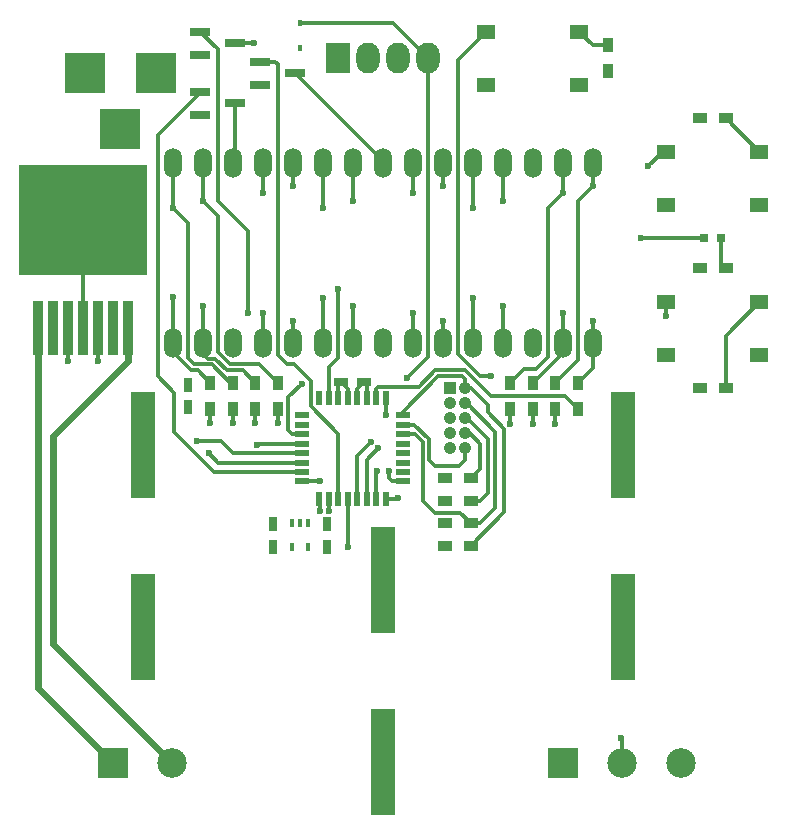
<source format=gbr>
G04 #@! TF.FileFunction,Copper,L1,Top,Signal*
%FSLAX46Y46*%
G04 Gerber Fmt 4.6, Leading zero omitted, Abs format (unit mm)*
G04 Created by KiCad (PCBNEW 4.0.4+dfsg1-stable) date Tue Jan 31 21:33:05 2017*
%MOMM*%
%LPD*%
G01*
G04 APERTURE LIST*
%ADD10C,0.100000*%
%ADD11R,0.900000X1.200000*%
%ADD12O,1.524000X2.524000*%
%ADD13R,3.500120X3.500120*%
%ADD14R,2.000000X2.600000*%
%ADD15O,2.000000X2.600000*%
%ADD16R,1.800860X0.800100*%
%ADD17R,1.200000X0.900000*%
%ADD18R,0.600000X1.200000*%
%ADD19R,1.200000X0.600000*%
%ADD20R,0.406400X0.660400*%
%ADD21R,1.050000X1.050000*%
%ADD22C,1.050000*%
%ADD23R,0.750000X1.200000*%
%ADD24R,1.200000X0.750000*%
%ADD25R,0.450000X0.590000*%
%ADD26R,2.000000X9.000000*%
%ADD27R,0.900000X4.600000*%
%ADD28R,10.800000X9.400000*%
%ADD29R,1.550000X1.300000*%
%ADD30R,0.797560X0.797560*%
%ADD31R,2.500000X2.500000*%
%ADD32C,2.500000*%
%ADD33C,0.600000*%
%ADD34C,0.304800*%
%ADD35C,0.609600*%
G04 APERTURE END LIST*
D10*
D11*
X160655000Y-126195000D03*
X160655000Y-123995000D03*
D12*
X157480000Y-120650000D03*
X160020000Y-120650000D03*
X162560000Y-120650000D03*
X165100000Y-120650000D03*
X167640000Y-120650000D03*
X167640000Y-105410000D03*
X165100000Y-105410000D03*
X162560000Y-105410000D03*
X160020000Y-105410000D03*
X157480000Y-105410000D03*
X132080000Y-120650000D03*
X134620000Y-120650000D03*
X137160000Y-120650000D03*
X139700000Y-120650000D03*
X142240000Y-120650000D03*
X142240000Y-105410000D03*
X139700000Y-105410000D03*
X137160000Y-105410000D03*
X134620000Y-105410000D03*
X132080000Y-105410000D03*
X144780000Y-120650000D03*
X147320000Y-120650000D03*
X149860000Y-120650000D03*
X152400000Y-120650000D03*
X154940000Y-120650000D03*
X154940000Y-105410000D03*
X152400000Y-105410000D03*
X149860000Y-105410000D03*
X147320000Y-105410000D03*
X144780000Y-105410000D03*
D13*
X130660140Y-97790000D03*
X124660660Y-97790000D03*
X127660400Y-102489000D03*
D14*
X146050000Y-96520000D03*
D15*
X148590000Y-96520000D03*
X151130000Y-96520000D03*
X153670000Y-96520000D03*
D16*
X134388860Y-99380000D03*
X134388860Y-101280000D03*
X137391140Y-100330000D03*
X139468860Y-96840000D03*
X139468860Y-98740000D03*
X142471140Y-97790000D03*
X134388860Y-94300000D03*
X134388860Y-96200000D03*
X137391140Y-95250000D03*
D17*
X157310000Y-133985000D03*
X155110000Y-133985000D03*
X155110000Y-137795000D03*
X157310000Y-137795000D03*
X157310000Y-135890000D03*
X155110000Y-135890000D03*
X155110000Y-132080000D03*
X157310000Y-132080000D03*
X176700000Y-114300000D03*
X178900000Y-114300000D03*
X176700000Y-101600000D03*
X178900000Y-101600000D03*
X176700000Y-124460000D03*
X178900000Y-124460000D03*
D11*
X164465000Y-126195000D03*
X164465000Y-123995000D03*
X162560000Y-126195000D03*
X162560000Y-123995000D03*
X139065000Y-126195000D03*
X139065000Y-123995000D03*
X135255000Y-126195000D03*
X135255000Y-123995000D03*
X140970000Y-126195000D03*
X140970000Y-123995000D03*
X137160000Y-126195000D03*
X137160000Y-123995000D03*
X166370000Y-126195000D03*
X166370000Y-123995000D03*
D18*
X150120000Y-125290000D03*
X149320000Y-125290000D03*
X148520000Y-125290000D03*
X147720000Y-125290000D03*
X146920000Y-125290000D03*
X146120000Y-125290000D03*
X145320000Y-125290000D03*
X144520000Y-125290000D03*
D19*
X143070000Y-126740000D03*
X143070000Y-127540000D03*
X143070000Y-128340000D03*
X143070000Y-129140000D03*
X143070000Y-129940000D03*
X143070000Y-130740000D03*
X143070000Y-131540000D03*
X143070000Y-132340000D03*
D18*
X144520000Y-133790000D03*
X145320000Y-133790000D03*
X146120000Y-133790000D03*
X146920000Y-133790000D03*
X147720000Y-133790000D03*
X148520000Y-133790000D03*
X149320000Y-133790000D03*
X150120000Y-133790000D03*
D19*
X151570000Y-132340000D03*
X151570000Y-131540000D03*
X151570000Y-130740000D03*
X151570000Y-129940000D03*
X151570000Y-129140000D03*
X151570000Y-128340000D03*
X151570000Y-127540000D03*
X151570000Y-126740000D03*
D20*
X143535400Y-135890000D03*
X142214600Y-135890000D03*
X142875000Y-135890000D03*
X142214600Y-137922000D03*
X143535400Y-137922000D03*
D21*
X155575000Y-124460000D03*
D22*
X155575000Y-125730000D03*
X155575000Y-127000000D03*
X155575000Y-128270000D03*
X155575000Y-129540000D03*
X156845000Y-125730000D03*
X156845000Y-127000000D03*
X156845000Y-128270000D03*
X156845000Y-129540000D03*
X156845000Y-124460000D03*
D23*
X140589000Y-137856000D03*
X140589000Y-135956000D03*
X133350000Y-126045000D03*
X133350000Y-124145000D03*
X145161000Y-137856000D03*
X145161000Y-135956000D03*
D24*
X148270000Y-123952000D03*
X146370000Y-123952000D03*
D25*
X142875000Y-95670000D03*
X142875000Y-93560000D03*
D26*
X170180000Y-129260000D03*
X170180000Y-144660000D03*
X149860000Y-140690000D03*
X149860000Y-156090000D03*
X129540000Y-129260000D03*
X129540000Y-144660000D03*
D27*
X128270000Y-119380000D03*
X127000000Y-119380000D03*
X125730000Y-119380000D03*
X124460000Y-119380000D03*
X121920000Y-119380000D03*
D28*
X124460000Y-110230000D03*
D27*
X123190000Y-119380000D03*
X120650000Y-119380000D03*
D29*
X173825000Y-108930000D03*
X173825000Y-104430000D03*
X181775000Y-104430000D03*
X181775000Y-108930000D03*
X173825000Y-121630000D03*
X173825000Y-117130000D03*
X181775000Y-117130000D03*
X181775000Y-121630000D03*
X158585000Y-98770000D03*
X158585000Y-94270000D03*
X166535000Y-94270000D03*
X166535000Y-98770000D03*
D30*
X178549300Y-111760000D03*
X177050700Y-111760000D03*
D31*
X127000000Y-156210000D03*
D32*
X132000000Y-156210000D03*
X175100000Y-156210000D03*
D31*
X165100000Y-156210000D03*
D32*
X170100000Y-156210000D03*
D11*
X168910000Y-97620000D03*
X168910000Y-95420000D03*
D33*
X132080000Y-116713000D03*
X144780000Y-116840000D03*
X157480000Y-116840000D03*
X134620000Y-117475000D03*
X147320000Y-117475000D03*
X160020000Y-117475000D03*
X139700000Y-118110000D03*
X152400000Y-118110000D03*
X165100000Y-118110000D03*
X142240000Y-118745000D03*
X154940000Y-118745000D03*
X167640000Y-118745000D03*
X142240000Y-107315000D03*
X154940000Y-107315000D03*
X167640000Y-107315000D03*
X139700000Y-107950000D03*
X152400000Y-107950000D03*
X165100000Y-107950000D03*
X134620000Y-108585000D03*
X147320000Y-108585000D03*
X160020000Y-108585000D03*
X132080000Y-109220000D03*
X144780000Y-109220000D03*
X157480000Y-109220000D03*
X151892000Y-123571000D03*
X143002000Y-124079000D03*
X138430000Y-118110000D03*
X146939000Y-137922000D03*
X172339000Y-105664000D03*
X148844000Y-129032000D03*
X149479000Y-129540000D03*
X173863000Y-118364000D03*
X160655000Y-127508000D03*
X144526000Y-132334000D03*
X144526000Y-134874000D03*
X164465000Y-127508000D03*
X145288000Y-134874000D03*
X162560000Y-127508000D03*
X149352000Y-131445000D03*
X139065000Y-127381000D03*
X151130000Y-133731000D03*
X135255000Y-127381000D03*
X150368000Y-131445000D03*
X140970000Y-127381000D03*
X150114000Y-126746000D03*
X137160000Y-127381000D03*
X146050000Y-116078000D03*
X171704000Y-111760000D03*
X139192000Y-129286000D03*
X170053000Y-154051000D03*
X134112000Y-128905000D03*
X125730000Y-122174000D03*
X135128000Y-129921000D03*
X123190000Y-122174000D03*
X159004000Y-123444000D03*
X138938000Y-95250000D03*
D34*
X135255000Y-123995000D02*
X134196000Y-122936000D01*
X132080000Y-121412000D02*
X132080000Y-120650000D01*
X133604000Y-122936000D02*
X132080000Y-121412000D01*
X134196000Y-122936000D02*
X133604000Y-122936000D01*
X132080000Y-116713000D02*
X132080000Y-120650000D01*
X157480000Y-120650000D02*
X157480000Y-116840000D01*
X144780000Y-116840000D02*
X144780000Y-120650000D01*
X136652000Y-122936000D02*
X135686798Y-121970798D01*
X138006000Y-122936000D02*
X136652000Y-122936000D01*
X139065000Y-123995000D02*
X138006000Y-122936000D01*
X135051798Y-121970798D02*
X134620000Y-121539000D01*
X135686798Y-121970798D02*
X135051798Y-121970798D01*
X134620000Y-121539000D02*
X134620000Y-120650000D01*
X134620000Y-117475000D02*
X134620000Y-120904000D01*
X160020000Y-120650000D02*
X160020000Y-117475000D01*
X147320000Y-117475000D02*
X147320000Y-120650000D01*
X162560000Y-123995000D02*
X165100000Y-121455000D01*
X165100000Y-121455000D02*
X165100000Y-120650000D01*
X139700000Y-118110000D02*
X139700000Y-120650000D01*
X165100000Y-120650000D02*
X165100000Y-118110000D01*
X152400000Y-118110000D02*
X152400000Y-120650000D01*
X166370000Y-123995000D02*
X167640000Y-122725000D01*
X167640000Y-122725000D02*
X167640000Y-120650000D01*
X142240000Y-118745000D02*
X142240000Y-120650000D01*
X167640000Y-120650000D02*
X167640000Y-118745000D01*
X154940000Y-118745000D02*
X154940000Y-120650000D01*
X164465000Y-123995000D02*
X166370000Y-122090000D01*
X166370000Y-108585000D02*
X167640000Y-107315000D01*
X166370000Y-122090000D02*
X166370000Y-108585000D01*
X142240000Y-107315000D02*
X142240000Y-105410000D01*
X167640000Y-105410000D02*
X167640000Y-107315000D01*
X154940000Y-107315000D02*
X154940000Y-105410000D01*
X160655000Y-123995000D02*
X161841000Y-122809000D01*
X163830000Y-109220000D02*
X165100000Y-107950000D01*
X163830000Y-121793000D02*
X163830000Y-109220000D01*
X162814000Y-122809000D02*
X163830000Y-121793000D01*
X161841000Y-122809000D02*
X162814000Y-122809000D01*
X139700000Y-107950000D02*
X139700000Y-105410000D01*
X165100000Y-105410000D02*
X165100000Y-107950000D01*
X152400000Y-107950000D02*
X152400000Y-105410000D01*
X140970000Y-123995000D02*
X139403000Y-122428000D01*
X135890000Y-109855000D02*
X134620000Y-108585000D01*
X135890000Y-121412000D02*
X135890000Y-109855000D01*
X136906000Y-122428000D02*
X135890000Y-121412000D01*
X139403000Y-122428000D02*
X136906000Y-122428000D01*
X134620000Y-108585000D02*
X134620000Y-105410000D01*
X160020000Y-105410000D02*
X160020000Y-108585000D01*
X147320000Y-108585000D02*
X147320000Y-105410000D01*
X136949000Y-123995000D02*
X135382000Y-122428000D01*
X133350000Y-110490000D02*
X132080000Y-109220000D01*
X133350000Y-121920000D02*
X133350000Y-110490000D01*
X133858000Y-122428000D02*
X133350000Y-121920000D01*
X135382000Y-122428000D02*
X133858000Y-122428000D01*
X136949000Y-123995000D02*
X137160000Y-123995000D01*
X132080000Y-109220000D02*
X132080000Y-105410000D01*
X157480000Y-105410000D02*
X157480000Y-109220000D01*
X144780000Y-109220000D02*
X144780000Y-105410000D01*
X124460000Y-119380000D02*
X124460000Y-110230000D01*
X146370000Y-123952000D02*
X146120000Y-124202000D01*
X146120000Y-124202000D02*
X146120000Y-125290000D01*
X146370000Y-123952000D02*
X146920000Y-124502000D01*
X146920000Y-124502000D02*
X146920000Y-125290000D01*
X150710000Y-93560000D02*
X153670000Y-96520000D01*
X142875000Y-93560000D02*
X150710000Y-93560000D01*
X153670000Y-96520000D02*
X153670000Y-108458000D01*
X153670000Y-108458000D02*
X153670000Y-121793000D01*
X153670000Y-121793000D02*
X151892000Y-123571000D01*
X143002000Y-124079000D02*
X141859000Y-125222000D01*
X141859000Y-125222000D02*
X141859000Y-128016000D01*
X141859000Y-128016000D02*
X142183000Y-128340000D01*
X142183000Y-128340000D02*
X143070000Y-128340000D01*
X134388860Y-99380000D02*
X134388860Y-99418140D01*
X134388860Y-99418140D02*
X130810000Y-102997000D01*
X130810000Y-102997000D02*
X130810000Y-123444000D01*
X130810000Y-123444000D02*
X132207000Y-124841000D01*
X132207000Y-124841000D02*
X132207000Y-128143000D01*
X132207000Y-128143000D02*
X135604000Y-131540000D01*
X135604000Y-131540000D02*
X143070000Y-131540000D01*
X148270000Y-123952000D02*
X147720000Y-124502000D01*
X147720000Y-124502000D02*
X147720000Y-125290000D01*
X148270000Y-123952000D02*
X148520000Y-124202000D01*
X148520000Y-124202000D02*
X148520000Y-125290000D01*
X139468860Y-96840000D02*
X140782000Y-96840000D01*
X146120000Y-128340000D02*
X146120000Y-133790000D01*
X143764000Y-125984000D02*
X146120000Y-128340000D01*
X143764000Y-123825000D02*
X143764000Y-125984000D01*
X142367000Y-122428000D02*
X143764000Y-123825000D01*
X141732000Y-122428000D02*
X142367000Y-122428000D01*
X140970000Y-121666000D02*
X141732000Y-122428000D01*
X140970000Y-97028000D02*
X140970000Y-121666000D01*
X140782000Y-96840000D02*
X140970000Y-97028000D01*
X134388860Y-94300000D02*
X134432000Y-94300000D01*
X134432000Y-94300000D02*
X135890000Y-95758000D01*
X135890000Y-95758000D02*
X135890000Y-108585000D01*
X135890000Y-108585000D02*
X138430000Y-111125000D01*
X138430000Y-111125000D02*
X138430000Y-118110000D01*
X146939000Y-137922000D02*
X146920000Y-137903000D01*
X146920000Y-137903000D02*
X146920000Y-133790000D01*
X156845000Y-127000000D02*
X156972000Y-127000000D01*
X158115000Y-133985000D02*
X157310000Y-133985000D01*
X158750000Y-133350000D02*
X158115000Y-133985000D01*
X158750000Y-128778000D02*
X158750000Y-133350000D01*
X156972000Y-127000000D02*
X158750000Y-128778000D01*
X156845000Y-124460000D02*
X156845000Y-123698000D01*
X156845000Y-123698000D02*
X156591000Y-123444000D01*
X156845000Y-124460000D02*
X157353000Y-124460000D01*
X157353000Y-124460000D02*
X158750000Y-125857000D01*
X158750000Y-125857000D02*
X158750000Y-126492000D01*
X158750000Y-126492000D02*
X160147000Y-127889000D01*
X160147000Y-127889000D02*
X160147000Y-134958000D01*
X160147000Y-134958000D02*
X157310000Y-137795000D01*
X156591000Y-123444000D02*
X154559000Y-123444000D01*
X154559000Y-123444000D02*
X151570000Y-126433000D01*
X151570000Y-126433000D02*
X151570000Y-126740000D01*
X151570000Y-128340000D02*
X152597000Y-128340000D01*
X156421000Y-135001000D02*
X157310000Y-135890000D01*
X154305000Y-135001000D02*
X156421000Y-135001000D01*
X153289000Y-133985000D02*
X154305000Y-135001000D01*
X153289000Y-129032000D02*
X153289000Y-133985000D01*
X152597000Y-128340000D02*
X153289000Y-129032000D01*
X156845000Y-125730000D02*
X156972000Y-125730000D01*
X158115000Y-135890000D02*
X157310000Y-135890000D01*
X159385000Y-134620000D02*
X158115000Y-135890000D01*
X159385000Y-128143000D02*
X159385000Y-134620000D01*
X156972000Y-125730000D02*
X159385000Y-128143000D01*
X156845000Y-128270000D02*
X157226000Y-128270000D01*
X157310000Y-132080000D02*
X157310000Y-132080000D01*
X158115000Y-131275000D02*
X157310000Y-132080000D01*
X158115000Y-129159000D02*
X158115000Y-131275000D01*
X157226000Y-128270000D02*
X158115000Y-129159000D01*
X172339000Y-105664000D02*
X173573000Y-104430000D01*
X147720000Y-130156000D02*
X147720000Y-133790000D01*
X148844000Y-129032000D02*
X147720000Y-130156000D01*
X173825000Y-104430000D02*
X173573000Y-104430000D01*
X181775000Y-104430000D02*
X178945000Y-101600000D01*
X178945000Y-101600000D02*
X178900000Y-101600000D01*
X149479000Y-129540000D02*
X148520000Y-130499000D01*
X148520000Y-133790000D02*
X148520000Y-130499000D01*
X173863000Y-118364000D02*
X173863000Y-117168000D01*
X173825000Y-117130000D02*
X173863000Y-117168000D01*
X181775000Y-117130000D02*
X178900000Y-120005000D01*
X178900000Y-120005000D02*
X178900000Y-124460000D01*
X143070000Y-132340000D02*
X144520000Y-132340000D01*
X160655000Y-127508000D02*
X160655000Y-126195000D01*
X144520000Y-132340000D02*
X144526000Y-132334000D01*
X144520000Y-133790000D02*
X144526000Y-133796000D01*
X144526000Y-133796000D02*
X144526000Y-134874000D01*
X164465000Y-127508000D02*
X164465000Y-126195000D01*
X145320000Y-133790000D02*
X145288000Y-133822000D01*
X145288000Y-133822000D02*
X145288000Y-134874000D01*
X162560000Y-127508000D02*
X162560000Y-126195000D01*
X139065000Y-126195000D02*
X139065000Y-127381000D01*
X149320000Y-131477000D02*
X149320000Y-133790000D01*
X149352000Y-131445000D02*
X149320000Y-131477000D01*
X135255000Y-126195000D02*
X135255000Y-127381000D01*
X151071000Y-133790000D02*
X150120000Y-133790000D01*
X151130000Y-133731000D02*
X151071000Y-133790000D01*
X140970000Y-126195000D02*
X140970000Y-127381000D01*
X150628000Y-132340000D02*
X151570000Y-132340000D01*
X150368000Y-132080000D02*
X150628000Y-132340000D01*
X150368000Y-131445000D02*
X150368000Y-132080000D01*
X137160000Y-126195000D02*
X137160000Y-127381000D01*
X150120000Y-126740000D02*
X150120000Y-125290000D01*
X150114000Y-126746000D02*
X150120000Y-126740000D01*
X149320000Y-125290000D02*
X149320000Y-124492000D01*
X165270000Y-125095000D02*
X166370000Y-126195000D01*
X159004000Y-125095000D02*
X165270000Y-125095000D01*
X156845000Y-122936000D02*
X159004000Y-125095000D01*
X154305000Y-122936000D02*
X156845000Y-122936000D01*
X152913791Y-124327209D02*
X154305000Y-122936000D01*
X149484791Y-124327209D02*
X152913791Y-124327209D01*
X149320000Y-124492000D02*
X149484791Y-124327209D01*
X177050700Y-111760000D02*
X176149000Y-111760000D01*
X145320000Y-122650000D02*
X145320000Y-125290000D01*
X146050000Y-121920000D02*
X145320000Y-122650000D01*
X146050000Y-121793000D02*
X146050000Y-121920000D01*
X146050000Y-116078000D02*
X146050000Y-121793000D01*
X176149000Y-111760000D02*
X171704000Y-111760000D01*
X170100000Y-156210000D02*
X170100000Y-154131000D01*
X139338000Y-129140000D02*
X143070000Y-129140000D01*
X139192000Y-129286000D02*
X139338000Y-129140000D01*
X170053000Y-154084000D02*
X170053000Y-154051000D01*
X170100000Y-154131000D02*
X170053000Y-154084000D01*
X125730000Y-119380000D02*
X125730000Y-122174000D01*
X137179000Y-129940000D02*
X143070000Y-129940000D01*
X136144000Y-128905000D02*
X137179000Y-129940000D01*
X134112000Y-128905000D02*
X136144000Y-128905000D01*
X123190000Y-119380000D02*
X123190000Y-122174000D01*
X135947000Y-130740000D02*
X143070000Y-130740000D01*
X135128000Y-129921000D02*
X135947000Y-130740000D01*
X158585000Y-94270000D02*
X156210000Y-96645000D01*
X158115000Y-123444000D02*
X159004000Y-123444000D01*
X156210000Y-121539000D02*
X158115000Y-123444000D01*
X156210000Y-96645000D02*
X156210000Y-121539000D01*
X166535000Y-94270000D02*
X167685000Y-95420000D01*
X167685000Y-95420000D02*
X168910000Y-95420000D01*
X151570000Y-127540000D02*
X152559000Y-127540000D01*
X156845000Y-130556000D02*
X156845000Y-129540000D01*
X156337000Y-131064000D02*
X156845000Y-130556000D01*
X154305000Y-131064000D02*
X156337000Y-131064000D01*
X153797000Y-130556000D02*
X154305000Y-131064000D01*
X153797000Y-128778000D02*
X153797000Y-130556000D01*
X152559000Y-127540000D02*
X153797000Y-128778000D01*
X137391140Y-100330000D02*
X137391140Y-105178860D01*
X137391140Y-105178860D02*
X137160000Y-105410000D01*
X142471140Y-97790000D02*
X149860000Y-105178860D01*
X149860000Y-105178860D02*
X149860000Y-105410000D01*
X138938000Y-95250000D02*
X137391140Y-95250000D01*
D35*
X120650000Y-119380000D02*
X120650000Y-149860000D01*
X120650000Y-149860000D02*
X127000000Y-156210000D01*
X128270000Y-119380000D02*
X128270000Y-122174000D01*
X121920000Y-146130000D02*
X132000000Y-156210000D01*
X121920000Y-128524000D02*
X121920000Y-146130000D01*
X128270000Y-122174000D02*
X121920000Y-128524000D01*
D34*
X178900000Y-114300000D02*
X178549300Y-113949300D01*
X178549300Y-113949300D02*
X178549300Y-111760000D01*
M02*

</source>
